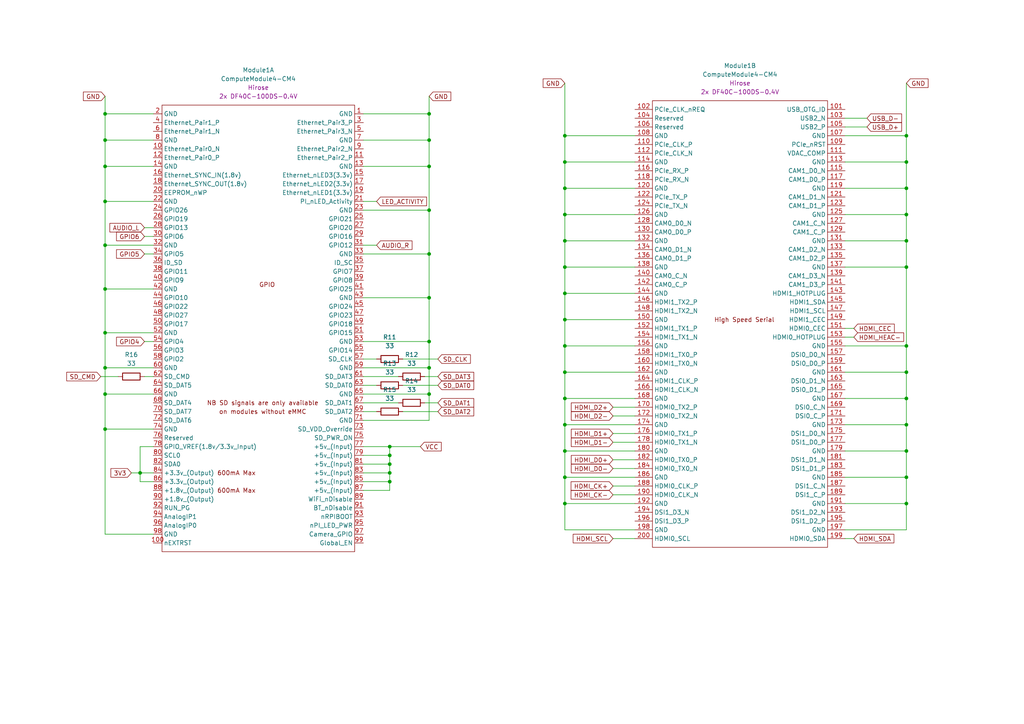
<source format=kicad_sch>
(kicad_sch (version 20231120) (generator "eeschema") (generator_version "8.0")
  (paper "A4")
  (lib_symbols
    (symbol "CM4IO:ComputeModule4-CM4"
      (property "Reference" "Module" (at 113.03 -68.58 0))
      (property "Value" "ComputeModule4-CM4" (at 140.97 2.54 0))
      (property "Field4" "Hirose" (at 0 0 0))
      (property "Field5" "2x DF40C-100DS-0.4V" (at 0 -2.54 0))
      (symbol "ComputeModule4-CM4_1_0"
        (text "GPIO" (at 0 6.35 0) (effects (font (size 1.27 1.27))))
      )
      (symbol "ComputeModule4-CM4_1_1"
        (rectangle (start -30.48 -71.12) (end 25.4 58.42))
        (text "600mA Max" (at -8.89 -53.34 0) (effects (font (size 1.27 1.27))))
        (text "600mA Max" (at -8.89 -48.26 0) (effects (font (size 1.27 1.27))))
        (text "NB SD signals are only available" (at -1.27 -27.94 0) (effects (font (size 1.27 1.27))))
        (text "on modules without eMMC" (at -1.27 -30.48 0) (effects (font (size 1.27 1.27))))
        (pin power_in line (at 27.94 55.88 180) (length 2.54) (name "GND") (number "1"))
        (pin passive line (at -33.02 45.72 0) (length 2.54) (name "Ethernet_Pair0_N") (number "10"))
        (pin output line (at -33.02 -68.58 0) (length 2.54) (name "nEXTRST") (number "100"))
        (pin passive line (at 27.94 43.18 180) (length 2.54) (name "Ethernet_Pair2_P") (number "11"))
        (pin passive line (at -33.02 43.18 0) (length 2.54) (name "Ethernet_Pair0_P") (number "12"))
        (pin power_in line (at 27.94 40.64 180) (length 2.54) (name "GND") (number "13"))
        (pin power_in line (at -33.02 40.64 0) (length 2.54) (name "GND") (number "14"))
        (pin output line (at 27.94 38.1 180) (length 2.54) (name "Ethernet_nLED3(3.3v)") (number "15"))
        (pin input line (at -33.02 38.1 0) (length 2.54) (name "Ethernet_SYNC_IN(1.8v)") (number "16"))
        (pin output line (at 27.94 35.56 180) (length 2.54) (name "Ethernet_nLED2(3.3v)") (number "17"))
        (pin input line (at -33.02 35.56 0) (length 2.54) (name "Ethernet_SYNC_OUT(1.8v)") (number "18"))
        (pin output line (at 27.94 33.02 180) (length 2.54) (name "Ethernet_nLED1(3.3v)") (number "19"))
        (pin power_in line (at -33.02 55.88 0) (length 2.54) (name "GND") (number "2"))
        (pin passive line (at -33.02 33.02 0) (length 2.54) (name "EEPROM_nWP") (number "20"))
        (pin open_collector line (at 27.94 30.48 180) (length 2.54) (name "PI_nLED_Activity") (number "21"))
        (pin power_in line (at -33.02 30.48 0) (length 2.54) (name "GND") (number "22"))
        (pin power_in line (at 27.94 27.94 180) (length 2.54) (name "GND") (number "23"))
        (pin passive line (at -33.02 27.94 0) (length 2.54) (name "GPIO26") (number "24"))
        (pin passive line (at 27.94 25.4 180) (length 2.54) (name "GPIO21") (number "25"))
        (pin passive line (at -33.02 25.4 0) (length 2.54) (name "GPIO19") (number "26"))
        (pin passive line (at 27.94 22.86 180) (length 2.54) (name "GPIO20") (number "27"))
        (pin passive line (at -33.02 22.86 0) (length 2.54) (name "GPIO13") (number "28"))
        (pin passive line (at 27.94 20.32 180) (length 2.54) (name "GPIO16") (number "29"))
        (pin passive line (at 27.94 53.34 180) (length 2.54) (name "Ethernet_Pair3_P") (number "3"))
        (pin passive line (at -33.02 20.32 0) (length 2.54) (name "GPIO6") (number "30"))
        (pin passive line (at 27.94 17.78 180) (length 2.54) (name "GPIO12") (number "31"))
        (pin power_in line (at -33.02 17.78 0) (length 2.54) (name "GND") (number "32"))
        (pin power_in line (at 27.94 15.24 180) (length 2.54) (name "GND") (number "33"))
        (pin passive line (at -33.02 15.24 0) (length 2.54) (name "GPIO5") (number "34"))
        (pin passive line (at 27.94 12.7 180) (length 2.54) (name "ID_SC") (number "35"))
        (pin passive line (at -33.02 12.7 0) (length 2.54) (name "ID_SD") (number "36"))
        (pin passive line (at 27.94 10.16 180) (length 2.54) (name "GPIO7") (number "37"))
        (pin passive line (at -33.02 10.16 0) (length 2.54) (name "GPIO11") (number "38"))
        (pin passive line (at 27.94 7.62 180) (length 2.54) (name "GPIO8") (number "39"))
        (pin passive line (at -33.02 53.34 0) (length 2.54) (name "Ethernet_Pair1_P") (number "4"))
        (pin passive line (at -33.02 7.62 0) (length 2.54) (name "GPIO9") (number "40"))
        (pin passive line (at 27.94 5.08 180) (length 2.54) (name "GPIO25") (number "41"))
        (pin power_in line (at -33.02 5.08 0) (length 2.54) (name "GND") (number "42"))
        (pin power_in line (at 27.94 2.54 180) (length 2.54) (name "GND") (number "43"))
        (pin passive line (at -33.02 2.54 0) (length 2.54) (name "GPIO10") (number "44"))
        (pin passive line (at 27.94 0 180) (length 2.54) (name "GPIO24") (number "45"))
        (pin passive line (at -33.02 0 0) (length 2.54) (name "GPIO22") (number "46"))
        (pin passive line (at 27.94 -2.54 180) (length 2.54) (name "GPIO23") (number "47"))
        (pin passive line (at -33.02 -2.54 0) (length 2.54) (name "GPIO27") (number "48"))
        (pin passive line (at 27.94 -5.08 180) (length 2.54) (name "GPIO18") (number "49"))
        (pin passive line (at 27.94 50.8 180) (length 2.54) (name "Ethernet_Pair3_N") (number "5"))
        (pin passive line (at -33.02 -5.08 0) (length 2.54) (name "GPIO17") (number "50"))
        (pin passive line (at 27.94 -7.62 180) (length 2.54) (name "GPIO15") (number "51"))
        (pin power_in line (at -33.02 -7.62 0) (length 2.54) (name "GND") (number "52"))
        (pin power_in line (at 27.94 -10.16 180) (length 2.54) (name "GND") (number "53"))
        (pin passive line (at -33.02 -10.16 0) (length 2.54) (name "GPIO4") (number "54"))
        (pin passive line (at 27.94 -12.7 180) (length 2.54) (name "GPIO14") (number "55"))
        (pin passive line (at -33.02 -12.7 0) (length 2.54) (name "GPIO3") (number "56"))
        (pin passive line (at 27.94 -15.24 180) (length 2.54) (name "SD_CLK") (number "57"))
        (pin passive line (at -33.02 -15.24 0) (length 2.54) (name "GPIO2") (number "58"))
        (pin power_in line (at 27.94 -17.78 180) (length 2.54) (name "GND") (number "59"))
        (pin passive line (at -33.02 50.8 0) (length 2.54) (name "Ethernet_Pair1_N") (number "6"))
        (pin power_in line (at -33.02 -17.78 0) (length 2.54) (name "GND") (number "60"))
        (pin passive line (at 27.94 -20.32 180) (length 2.54) (name "SD_DAT3") (number "61"))
        (pin passive line (at -33.02 -20.32 0) (length 2.54) (name "SD_CMD") (number "62"))
        (pin passive line (at 27.94 -22.86 180) (length 2.54) (name "SD_DAT0") (number "63"))
        (pin passive line (at -33.02 -22.86 0) (length 2.54) (name "SD_DAT5") (number "64"))
        (pin power_in line (at 27.94 -25.4 180) (length 2.54) (name "GND") (number "65"))
        (pin power_in line (at -33.02 -25.4 0) (length 2.54) (name "GND") (number "66"))
        (pin passive line (at 27.94 -27.94 180) (length 2.54) (name "SD_DAT1") (number "67"))
        (pin passive line (at -33.02 -27.94 0) (length 2.54) (name "SD_DAT4") (number "68"))
        (pin passive line (at 27.94 -30.48 180) (length 2.54) (name "SD_DAT2") (number "69"))
        (pin power_in line (at 27.94 48.26 180) (length 2.54) (name "GND") (number "7"))
        (pin passive line (at -33.02 -30.48 0) (length 2.54) (name "SD_DAT7") (number "70"))
        (pin power_in line (at 27.94 -33.02 180) (length 2.54) (name "GND") (number "71"))
        (pin passive line (at -33.02 -33.02 0) (length 2.54) (name "SD_DAT6") (number "72"))
        (pin input line (at 27.94 -35.56 180) (length 2.54) (name "SD_VDD_Override") (number "73"))
        (pin power_in line (at -33.02 -35.56 0) (length 2.54) (name "GND") (number "74"))
        (pin output line (at 27.94 -38.1 180) (length 2.54) (name "SD_PWR_ON") (number "75"))
        (pin passive line (at -33.02 -38.1 0) (length 2.54) (name "Reserved") (number "76"))
        (pin power_in line (at 27.94 -40.64 180) (length 2.54) (name "+5v_(Input)") (number "77"))
        (pin power_in line (at -33.02 -40.64 0) (length 2.54) (name "GPIO_VREF(1.8v/3.3v_Input)") (number "78"))
        (pin power_in line (at 27.94 -43.18 180) (length 2.54) (name "+5v_(Input)") (number "79"))
        (pin power_in line (at -33.02 48.26 0) (length 2.54) (name "GND") (number "8"))
        (pin passive line (at -33.02 -43.18 0) (length 2.54) (name "SCL0") (number "80"))
        (pin power_in line (at 27.94 -45.72 180) (length 2.54) (name "+5v_(Input)") (number "81"))
        (pin passive line (at -33.02 -45.72 0) (length 2.54) (name "SDA0") (number "82"))
        (pin power_in line (at 27.94 -48.26 180) (length 2.54) (name "+5v_(Input)") (number "83"))
        (pin power_out line (at -33.02 -48.26 0) (length 2.54) (name "+3.3v_(Output)") (number "84"))
        (pin power_in line (at 27.94 -50.8 180) (length 2.54) (name "+5v_(Input)") (number "85"))
        (pin power_out line (at -33.02 -50.8 0) (length 2.54) (name "+3.3v_(Output)") (number "86"))
        (pin power_in line (at 27.94 -53.34 180) (length 2.54) (name "+5v_(Input)") (number "87"))
        (pin power_out line (at -33.02 -53.34 0) (length 2.54) (name "+1.8v_(Output)") (number "88"))
        (pin power_in line (at 27.94 -55.88 180) (length 2.54) (name "WiFi_nDisable") (number "89"))
        (pin passive line (at 27.94 45.72 180) (length 2.54) (name "Ethernet_Pair2_N") (number "9"))
        (pin power_out line (at -33.02 -55.88 0) (length 2.54) (name "+1.8v_(Output)") (number "90"))
        (pin power_in line (at 27.94 -58.42 180) (length 2.54) (name "BT_nDisable") (number "91"))
        (pin passive line (at -33.02 -58.42 0) (length 2.54) (name "RUN_PG") (number "92"))
        (pin input line (at 27.94 -60.96 180) (length 2.54) (name "nRPIBOOT") (number "93"))
        (pin passive line (at -33.02 -60.96 0) (length 2.54) (name "AnalogIP1") (number "94"))
        (pin output line (at 27.94 -63.5 180) (length 2.54) (name "nPI_LED_PWR") (number "95"))
        (pin passive line (at -33.02 -63.5 0) (length 2.54) (name "AnalogIP0") (number "96"))
        (pin passive line (at 27.94 -66.04 180) (length 2.54) (name "Camera_GPIO") (number "97"))
        (pin power_in line (at -33.02 -66.04 0) (length 2.54) (name "GND") (number "98"))
        (pin input line (at 27.94 -68.58 180) (length 2.54) (name "Global_EN") (number "99"))
      )
      (symbol "ComputeModule4-CM4_2_1"
        (rectangle (start 114.3 -66.04) (end 165.1 63.5))
        (text "High Speed Serial" (at 140.97 0 0) (effects (font (size 1.27 1.27))))
        (pin input line (at 170.18 60.96 180) (length 5.08) (name "USB_OTG_ID") (number "101"))
        (pin input line (at 109.22 60.96 0) (length 5.08) (name "PCIe_CLK_nREQ") (number "102"))
        (pin passive line (at 170.18 58.42 180) (length 5.08) (name "USB2_N") (number "103"))
        (pin passive line (at 109.22 58.42 0) (length 5.08) (name "Reserved") (number "104"))
        (pin passive line (at 170.18 55.88 180) (length 5.08) (name "USB2_P") (number "105"))
        (pin passive line (at 109.22 55.88 0) (length 5.08) (name "Reserved") (number "106"))
        (pin power_in line (at 170.18 53.34 180) (length 5.08) (name "GND") (number "107"))
        (pin power_in line (at 109.22 53.34 0) (length 5.08) (name "GND") (number "108"))
        (pin bidirectional line (at 170.18 50.8 180) (length 5.08) (name "PCIe_nRST") (number "109"))
        (pin output line (at 109.22 50.8 0) (length 5.08) (name "PCIe_CLK_P") (number "110"))
        (pin passive line (at 170.18 48.26 180) (length 5.08) (name "VDAC_COMP") (number "111"))
        (pin output line (at 109.22 48.26 0) (length 5.08) (name "PCIe_CLK_N") (number "112"))
        (pin power_in line (at 170.18 45.72 180) (length 5.08) (name "GND") (number "113"))
        (pin power_in line (at 109.22 45.72 0) (length 5.08) (name "GND") (number "114"))
        (pin input line (at 170.18 43.18 180) (length 5.08) (name "CAM1_D0_N") (number "115"))
        (pin input line (at 109.22 43.18 0) (length 5.08) (name "PCIe_RX_P") (number "116"))
        (pin input line (at 170.18 40.64 180) (length 5.08) (name "CAM1_D0_P") (number "117"))
        (pin input line (at 109.22 40.64 0) (length 5.08) (name "PCIe_RX_N") (number "118"))
        (pin power_in line (at 170.18 38.1 180) (length 5.08) (name "GND") (number "119"))
        (pin power_in line (at 109.22 38.1 0) (length 5.08) (name "GND") (number "120"))
        (pin input line (at 170.18 35.56 180) (length 5.08) (name "CAM1_D1_N") (number "121"))
        (pin output line (at 109.22 35.56 0) (length 5.08) (name "PCIe_TX_P") (number "122"))
        (pin input line (at 170.18 33.02 180) (length 5.08) (name "CAM1_D1_P") (number "123"))
        (pin output line (at 109.22 33.02 0) (length 5.08) (name "PCIe_TX_N") (number "124"))
        (pin power_in line (at 170.18 30.48 180) (length 5.08) (name "GND") (number "125"))
        (pin power_in line (at 109.22 30.48 0) (length 5.08) (name "GND") (number "126"))
        (pin input line (at 170.18 27.94 180) (length 5.08) (name "CAM1_C_N") (number "127"))
        (pin input line (at 109.22 27.94 0) (length 5.08) (name "CAM0_D0_N") (number "128"))
        (pin input line (at 170.18 25.4 180) (length 5.08) (name "CAM1_C_P") (number "129"))
        (pin input line (at 109.22 25.4 0) (length 5.08) (name "CAM0_D0_P") (number "130"))
        (pin power_in line (at 170.18 22.86 180) (length 5.08) (name "GND") (number "131"))
        (pin power_in line (at 109.22 22.86 0) (length 5.08) (name "GND") (number "132"))
        (pin input line (at 170.18 20.32 180) (length 5.08) (name "CAM1_D2_N") (number "133"))
        (pin input line (at 109.22 20.32 0) (length 5.08) (name "CAM0_D1_N") (number "134"))
        (pin input line (at 170.18 17.78 180) (length 5.08) (name "CAM1_D2_P") (number "135"))
        (pin input line (at 109.22 17.78 0) (length 5.08) (name "CAM0_D1_P") (number "136"))
        (pin power_in line (at 170.18 15.24 180) (length 5.08) (name "GND") (number "137"))
        (pin power_in line (at 109.22 15.24 0) (length 5.08) (name "GND") (number "138"))
        (pin input line (at 170.18 12.7 180) (length 5.08) (name "CAM1_D3_N") (number "139"))
        (pin input line (at 109.22 12.7 0) (length 5.08) (name "CAM0_C_N") (number "140"))
        (pin input line (at 170.18 10.16 180) (length 5.08) (name "CAM1_D3_P") (number "141"))
        (pin input line (at 109.22 10.16 0) (length 5.08) (name "CAM0_C_P") (number "142"))
        (pin input line (at 170.18 7.62 180) (length 5.08) (name "HDMI1_HOTPLUG") (number "143"))
        (pin power_in line (at 109.22 7.62 0) (length 5.08) (name "GND") (number "144"))
        (pin bidirectional line (at 170.18 5.08 180) (length 5.08) (name "HDMI1_SDA") (number "145"))
        (pin output line (at 109.22 5.08 0) (length 5.08) (name "HDMI1_TX2_P") (number "146"))
        (pin open_collector line (at 170.18 2.54 180) (length 5.08) (name "HDMI1_SCL") (number "147"))
        (pin output line (at 109.22 2.54 0) (length 5.08) (name "HDMI1_TX2_N") (number "148"))
        (pin open_collector line (at 170.18 0 180) (length 5.08) (name "HDMI1_CEC") (number "149"))
        (pin power_in line (at 109.22 0 0) (length 5.08) (name "GND") (number "150"))
        (pin open_collector line (at 170.18 -2.54 180) (length 5.08) (name "HDMI0_CEC") (number "151"))
        (pin output line (at 109.22 -2.54 0) (length 5.08) (name "HDMI1_TX1_P") (number "152"))
        (pin input line (at 170.18 -5.08 180) (length 5.08) (name "HDMI0_HOTPLUG") (number "153"))
        (pin output line (at 109.22 -5.08 0) (length 5.08) (name "HDMI1_TX1_N") (number "154"))
        (pin power_in line (at 170.18 -7.62 180) (length 5.08) (name "GND") (number "155"))
        (pin power_in line (at 109.22 -7.62 0) (length 5.08) (name "GND") (number "156"))
        (pin output line (at 170.18 -10.16 180) (length 5.08) (name "DSI0_D0_N") (number "157"))
        (pin output line (at 109.22 -10.16 0) (length 5.08) (name "HDMI1_TX0_P") (number "158"))
        (pin output line (at 170.18 -12.7 180) (length 5.08) (name "DSI0_D0_P") (number "159"))
        (pin output line (at 109.22 -12.7 0) (length 5.08) (name "HDMI1_TX0_N") (number "160"))
        (pin power_in line (at 170.18 -15.24 180) (length 5.08) (name "GND") (number "161"))
        (pin power_in line (at 109.22 -15.24 0) (length 5.08) (name "GND") (number "162"))
        (pin output line (at 170.18 -17.78 180) (length 5.08) (name "DSI0_D1_N") (number "163"))
        (pin output line (at 109.22 -17.78 0) (length 5.08) (name "HDMI1_CLK_P") (number "164"))
        (pin output line (at 170.18 -20.32 180) (length 5.08) (name "DSI0_D1_P") (number "165"))
        (pin output line (at 109.22 -20.32 0) (length 5.08) (name "HDMI1_CLK_N") (number "166"))
        (pin power_in line (at 170.18 -22.86 180) (length 5.08) (name "GND") (number "167"))
        (pin power_in line (at 109.22 -22.86 0) (length 5.08) (name "GND") (number "168"))
        (pin output line (at 170.18 -25.4 180) (length 5.08) (name "DSI0_C_N") (number "169"))
        (pin output line (at 109.22 -25.4 0) (length 5.08) (name "HDMI0_TX2_P") (number "170"))
        (pin output line (at 170.18 -27.94 180) (length 5.08) (name "DSI0_C_P") (number "171"))
        (pin output line (at 109.22 -27.94 0) (length 5.08) (name "HDMI0_TX2_N") (number "172"))
        (pin power_in line (at 170.18 -30.48 180) (length 5.08) (name "GND") (number "173"))
        (pin power_in line (at 109.22 -30.48 0) (length 5.08) (name "GND") (number "174"))
        (pin output line (at 170.18 -33.02 180) (length 5.08) (name "DSI1_D0_N") (number "175"))
        (pin output line (at 109.22 -33.02 0) (length 5.08) (name "HDMI0_TX1_P") (number "176"))
        (pin output line (at 170.18 -35.56 180) (length 5.08) (name "DSI1_D0_P") (number "177"))
        (pin output line (at 109.22 -35.56 0) (length 5.08) (name "HDMI0_TX1_N") (number "178"))
        (pin power_in line (at 170.18 -38.1 180) (length 5.08) (name "GND") (number "179"))
        (pin power_in line (at 109.22 -38.1 0) (length 5.08) (name "GND") (number "180"))
        (pin output line (at 170.18 -40.64 180) (length 5.08) (name "DSI1_D1_N") (number "181"))
        (pin output line (at 109.22 -40.64 0) (length 5.08) (name "HDMI0_TX0_P") (number "182"))
        (pin output line (at 170.18 -43.18 180) (length 5.08) (name "DSI1_D1_P") (number "183"))
        (pin output line (at 109.22 -43.18 0) (length 5.08) (name "HDMI0_TX0_N") (number "184"))
        (pin power_in line (at 170.18 -45.72 180) (length 5.08) (name "GND") (number "185"))
        (pin power_in line (at 109.22 -45.72 0) (length 5.08) (name "GND") (number "186"))
        (pin output line (at 170.18 -48.26 180) (length 5.08) (name "DSI1_C_N") (number "187"))
        (pin output line (at 109.22 -48.26 0) (length 5.08) (name "HDMI0_CLK_P") (number "188"))
        (pin output line (at 170.18 -50.8 180) (length 5.08) (name "DSI1_C_P") (number "189"))
        (pin output line (at 109.22 -50.8 0) (length 5.08) (name "HDMI0_CLK_N") (number "190"))
        (pin power_in line (at 170.18 -53.34 180) (length 5.08) (name "GND") (number "191"))
        (pin power_in line (at 109.22 -53.34 0) (length 5.08) (name "GND") (number "192"))
        (pin output line (at 170.18 -55.88 180) (length 5.08) (name "DSI1_D2_N") (number "193"))
        (pin output line (at 109.22 -55.88 0) (length 5.08) (name "DSI1_D3_N") (number "194"))
        (pin output line (at 170.18 -58.42 180) (length 5.08) (name "DSI1_D2_P") (number "195"))
        (pin output line (at 109.22 -58.42 0) (length 5.08) (name "DSI1_D3_P") (number "196"))
        (pin power_in line (at 170.18 -60.96 180) (length 5.08) (name "GND") (number "197"))
        (pin power_in line (at 109.22 -60.96 0) (length 5.08) (name "GND") (number "198"))
        (pin bidirectional line (at 170.18 -63.5 180) (length 5.08) (name "HDMI0_SDA") (number "199"))
        (pin open_collector line (at 109.22 -63.5 0) (length 5.08) (name "HDMI0_SCL") (number "200"))
      )
    )
    (symbol "Device:R" (pin_numbers hide) (pin_names (offset 0))
      (property "Reference" "R" (at 2.032 0 90))
      (property "Value" "R" (at 0 0 90))
      (symbol "R_0_1"
        (rectangle (start -1.016 -2.54) (end 1.016 2.54) (stroke (width 0.254)))
      )
      (symbol "R_1_1"
        (pin passive line (at 0 3.81 270) (length 1.27) (name "~") (number "1"))
        (pin passive line (at 0 -3.81 90) (length 1.27) (name "~") (number "2"))
      )
    )
  )
  (junction (at 163.83 46.99))
  (junction (at 30.48 106.68))
  (junction (at 163.83 138.43))
  (junction (at 262.89 46.99))
  (junction (at 113.03 139.7))
  (junction (at 124.46 73.66))
  (junction (at 124.46 60.96))
  (junction (at 163.83 69.85))
  (junction (at 124.46 40.64))
  (junction (at 262.89 130.81))
  (junction (at 30.48 33.02))
  (junction (at 262.89 54.61))
  (junction (at 163.83 100.33))
  (junction (at 262.89 100.33))
  (junction (at 163.83 107.95))
  (junction (at 262.89 69.85))
  (junction (at 262.89 138.43))
  (junction (at 163.83 123.19))
  (junction (at 124.46 114.3))
  (junction (at 113.03 132.08))
  (junction (at 113.03 129.54))
  (junction (at 124.46 33.02))
  (junction (at 30.48 114.3))
  (junction (at 163.83 130.81))
  (junction (at 163.83 39.37))
  (junction (at 124.46 106.68))
  (junction (at 262.89 123.19))
  (junction (at 163.83 146.05))
  (junction (at 113.03 134.62))
  (junction (at 30.48 48.26))
  (junction (at 124.46 86.36))
  (junction (at 163.83 115.57))
  (junction (at 262.89 115.57))
  (junction (at 163.83 92.71))
  (junction (at 262.89 77.47))
  (junction (at 30.48 83.82))
  (junction (at 30.48 71.12))
  (junction (at 124.46 48.26))
  (junction (at 163.83 54.61))
  (junction (at 113.03 137.16))
  (junction (at 262.89 62.23))
  (junction (at 262.89 39.37))
  (junction (at 163.83 85.09))
  (junction (at 30.48 40.64))
  (junction (at 163.83 62.23))
  (junction (at 262.89 107.95))
  (junction (at 30.48 96.52))
  (junction (at 262.89 146.05))
  (junction (at 163.83 77.47))
  (junction (at 30.48 58.42))
  (junction (at 124.46 99.06))
  (junction (at 30.48 124.46))
  (junction (at 40.64 137.16))
  (wire (pts (xy 38.1 137.16) (xy 40.64 137.16)))
  (wire (pts (xy 113.03 129.54) (xy 121.92 129.54)))
  (wire (pts (xy 30.48 124.46) (xy 30.48 114.3)))
  (wire (pts (xy 262.89 146.05) (xy 262.89 138.43)))
  (wire (pts (xy 30.48 106.68) (xy 30.48 96.52)))
  (wire (pts (xy 163.83 77.47) (xy 163.83 69.85)))
  (wire (pts (xy 163.83 107.95) (xy 184.15 107.95)))
  (wire (pts (xy 105.41 106.68) (xy 124.46 106.68)))
  (wire (pts (xy 245.11 46.99) (xy 262.89 46.99)))
  (wire (pts (xy 262.89 123.19) (xy 262.89 115.57)))
  (wire (pts (xy 177.8 140.97) (xy 184.15 140.97)))
  (wire (pts (xy 163.83 54.61) (xy 163.83 46.99)))
  (wire (pts (xy 123.19 116.84) (xy 127 116.84)))
  (wire (pts (xy 245.11 69.85) (xy 262.89 69.85)))
  (wire (pts (xy 30.48 83.82) (xy 44.45 83.82)))
  (wire (pts (xy 105.41 114.3) (xy 124.46 114.3)))
  (wire (pts (xy 262.89 77.47) (xy 262.89 69.85)))
  (wire (pts (xy 245.11 130.81) (xy 262.89 130.81)))
  (wire (pts (xy 124.46 106.68) (xy 124.46 114.3)))
  (wire (pts (xy 262.89 46.99) (xy 262.89 54.61)))
  (wire (pts (xy 262.89 100.33) (xy 262.89 77.47)))
  (wire (pts (xy 163.83 54.61) (xy 184.15 54.61)))
  (wire (pts (xy 105.41 129.54) (xy 113.03 129.54)))
  (wire (pts (xy 29.21 109.22) (xy 34.29 109.22)))
  (wire (pts (xy 245.11 100.33) (xy 262.89 100.33)))
  (wire (pts (xy 184.15 153.67) (xy 163.83 153.67)))
  (wire (pts (xy 163.83 146.05) (xy 163.83 138.43)))
  (wire (pts (xy 105.41 137.16) (xy 113.03 137.16)))
  (wire (pts (xy 163.83 39.37) (xy 163.83 24.13)))
  (wire (pts (xy 245.11 156.21) (xy 247.65 156.21)))
  (wire (pts (xy 105.41 40.64) (xy 124.46 40.64)))
  (wire (pts (xy 163.83 46.99) (xy 163.83 39.37)))
  (wire (pts (xy 245.11 123.19) (xy 262.89 123.19)))
  (wire (pts (xy 163.83 85.09) (xy 184.15 85.09)))
  (wire (pts (xy 105.41 104.14) (xy 109.22 104.14)))
  (wire (pts (xy 177.8 128.27) (xy 184.15 128.27)))
  (wire (pts (xy 262.89 39.37) (xy 262.89 24.13)))
  (wire (pts (xy 163.83 123.19) (xy 184.15 123.19)))
  (wire (pts (xy 105.41 58.42) (xy 109.22 58.42)))
  (wire (pts (xy 30.48 96.52) (xy 44.45 96.52)))
  (wire (pts (xy 245.11 62.23) (xy 262.89 62.23)))
  (wire (pts (xy 40.64 129.54) (xy 40.64 137.16)))
  (wire (pts (xy 124.46 99.06) (xy 124.46 86.36)))
  (wire (pts (xy 163.83 85.09) (xy 163.83 92.71)))
  (wire (pts (xy 245.11 54.61) (xy 262.89 54.61)))
  (wire (pts (xy 30.48 40.64) (xy 30.48 33.02)))
  (wire (pts (xy 163.83 146.05) (xy 184.15 146.05)))
  (wire (pts (xy 245.11 36.83) (xy 251.46 36.83)))
  (wire (pts (xy 105.41 119.38) (xy 109.22 119.38)))
  (wire (pts (xy 116.84 104.14) (xy 127 104.14)))
  (wire (pts (xy 105.41 132.08) (xy 113.03 132.08)))
  (wire (pts (xy 163.83 130.81) (xy 163.83 123.19)))
  (wire (pts (xy 41.91 73.66) (xy 44.45 73.66)))
  (wire (pts (xy 105.41 134.62) (xy 113.03 134.62)))
  (wire (pts (xy 30.48 114.3) (xy 30.48 106.68)))
  (wire (pts (xy 30.48 83.82) (xy 30.48 71.12)))
  (wire (pts (xy 105.41 142.24) (xy 113.03 142.24)))
  (wire (pts (xy 124.46 48.26) (xy 124.46 60.96)))
  (wire (pts (xy 163.83 115.57) (xy 163.83 107.95)))
  (wire (pts (xy 113.03 132.08) (xy 113.03 129.54)))
  (wire (pts (xy 163.83 92.71) (xy 184.15 92.71)))
  (wire (pts (xy 177.8 125.73) (xy 184.15 125.73)))
  (wire (pts (xy 163.83 39.37) (xy 184.15 39.37)))
  (wire (pts (xy 30.48 48.26) (xy 44.45 48.26)))
  (wire (pts (xy 41.91 68.58) (xy 44.45 68.58)))
  (wire (pts (xy 262.89 62.23) (xy 262.89 54.61)))
  (wire (pts (xy 30.48 114.3) (xy 44.45 114.3)))
  (wire (pts (xy 163.83 138.43) (xy 163.83 130.81)))
  (wire (pts (xy 105.41 111.76) (xy 109.22 111.76)))
  (wire (pts (xy 177.8 156.21) (xy 184.15 156.21)))
  (wire (pts (xy 30.48 124.46) (xy 44.45 124.46)))
  (wire (pts (xy 41.91 66.04) (xy 44.45 66.04)))
  (wire (pts (xy 105.41 60.96) (xy 124.46 60.96)))
  (wire (pts (xy 113.03 142.24) (xy 113.03 139.7)))
  (wire (pts (xy 177.8 133.35) (xy 184.15 133.35)))
  (wire (pts (xy 163.83 153.67) (xy 163.83 146.05)))
  (wire (pts (xy 163.83 54.61) (xy 163.83 62.23)))
  (wire (pts (xy 163.83 115.57) (xy 184.15 115.57)))
  (wire (pts (xy 30.48 154.94) (xy 30.48 124.46)))
  (wire (pts (xy 124.46 99.06) (xy 124.46 106.68)))
  (wire (pts (xy 245.11 95.25) (xy 247.65 95.25)))
  (wire (pts (xy 163.83 46.99) (xy 184.15 46.99)))
  (wire (pts (xy 245.11 34.29) (xy 251.46 34.29)))
  (wire (pts (xy 262.89 138.43) (xy 262.89 130.81)))
  (wire (pts (xy 116.84 119.38) (xy 127 119.38)))
  (wire (pts (xy 40.64 137.16) (xy 44.45 137.16)))
  (wire (pts (xy 30.48 71.12) (xy 44.45 71.12)))
  (wire (pts (xy 105.41 109.22) (xy 115.57 109.22)))
  (wire (pts (xy 30.48 48.26) (xy 30.48 58.42)))
  (wire (pts (xy 262.89 39.37) (xy 262.89 46.99)))
  (wire (pts (xy 44.45 129.54) (xy 40.64 129.54)))
  (wire (pts (xy 124.46 33.02) (xy 124.46 27.94)))
  (wire (pts (xy 41.91 99.06) (xy 44.45 99.06)))
  (wire (pts (xy 245.11 115.57) (xy 262.89 115.57)))
  (wire (pts (xy 30.48 40.64) (xy 30.48 48.26)))
  (wire (pts (xy 105.41 99.06) (xy 124.46 99.06)))
  (wire (pts (xy 113.03 139.7) (xy 113.03 137.16)))
  (wire (pts (xy 105.41 121.92) (xy 124.46 121.92)))
  (wire (pts (xy 262.89 100.33) (xy 262.89 107.95)))
  (wire (pts (xy 41.91 109.22) (xy 44.45 109.22)))
  (wire (pts (xy 30.48 40.64) (xy 44.45 40.64)))
  (wire (pts (xy 44.45 154.94) (xy 30.48 154.94)))
  (wire (pts (xy 123.19 109.22) (xy 127 109.22)))
  (wire (pts (xy 124.46 86.36) (xy 124.46 73.66)))
  (wire (pts (xy 177.8 143.51) (xy 184.15 143.51)))
  (wire (pts (xy 262.89 130.81) (xy 262.89 123.19)))
  (wire (pts (xy 163.83 130.81) (xy 184.15 130.81)))
  (wire (pts (xy 116.84 111.76) (xy 127 111.76)))
  (wire (pts (xy 262.89 153.67) (xy 262.89 146.05)))
  (wire (pts (xy 105.41 33.02) (xy 124.46 33.02)))
  (wire (pts (xy 105.41 86.36) (xy 124.46 86.36)))
  (wire (pts (xy 163.83 77.47) (xy 163.83 85.09)))
  (wire (pts (xy 163.83 138.43) (xy 184.15 138.43)))
  (wire (pts (xy 30.48 58.42) (xy 44.45 58.42)))
  (wire (pts (xy 105.41 73.66) (xy 124.46 73.66)))
  (wire (pts (xy 245.11 97.79) (xy 247.65 97.79)))
  (wire (pts (xy 105.41 71.12) (xy 109.22 71.12)))
  (wire (pts (xy 124.46 48.26) (xy 124.46 40.64)))
  (wire (pts (xy 105.41 116.84) (xy 115.57 116.84)))
  (wire (pts (xy 113.03 134.62) (xy 113.03 132.08)))
  (wire (pts (xy 30.48 106.68) (xy 44.45 106.68)))
  (wire (pts (xy 245.11 138.43) (xy 262.89 138.43)))
  (wire (pts (xy 105.41 139.7) (xy 113.03 139.7)))
  (wire (pts (xy 245.11 146.05) (xy 262.89 146.05)))
  (wire (pts (xy 177.8 120.65) (xy 184.15 120.65)))
  (wire (pts (xy 262.89 107.95) (xy 262.89 115.57)))
  (wire (pts (xy 105.41 48.26) (xy 124.46 48.26)))
  (wire (pts (xy 40.64 139.7) (xy 40.64 137.16)))
  (wire (pts (xy 30.48 33.02) (xy 44.45 33.02)))
  (wire (pts (xy 262.89 69.85) (xy 262.89 62.23)))
  (wire (pts (xy 124.46 121.92) (xy 124.46 114.3)))
  (wire (pts (xy 163.83 62.23) (xy 163.83 69.85)))
  (wire (pts (xy 163.83 100.33) (xy 163.83 92.71)))
  (wire (pts (xy 163.83 77.47) (xy 184.15 77.47)))
  (wire (pts (xy 163.83 62.23) (xy 184.15 62.23)))
  (wire (pts (xy 163.83 107.95) (xy 163.83 100.33)))
  (wire (pts (xy 30.48 71.12) (xy 30.48 58.42)))
  (wire (pts (xy 163.83 69.85) (xy 184.15 69.85)))
  (wire (pts (xy 163.83 123.19) (xy 163.83 115.57)))
  (wire (pts (xy 124.46 60.96) (xy 124.46 73.66)))
  (wire (pts (xy 245.11 107.95) (xy 262.89 107.95)))
  (wire (pts (xy 30.48 96.52) (xy 30.48 83.82)))
  (wire (pts (xy 177.8 118.11) (xy 184.15 118.11)))
  (wire (pts (xy 177.8 135.89) (xy 184.15 135.89)))
  (wire (pts (xy 44.45 139.7) (xy 40.64 139.7)))
  (wire (pts (xy 163.83 100.33) (xy 184.15 100.33)))
  (wire (pts (xy 124.46 40.64) (xy 124.46 33.02)))
  (wire (pts (xy 245.11 153.67) (xy 262.89 153.67)))
  (wire (pts (xy 245.11 39.37) (xy 262.89 39.37)))
  (wire (pts (xy 30.48 33.02) (xy 30.48 27.94)))
  (wire (pts (xy 113.03 137.16) (xy 113.03 134.62)))
  (wire (pts (xy 245.11 77.47) (xy 262.89 77.47)))
  (global_label "VCC" (shape input) (at 121.92 129.54 0) (property "Intersheetrefs" "${INTERSHEET_REFS}" (effects (hide yes))))
  (global_label "SD_CLK" (shape input) (at 127 104.14 0) (property "Intersheetrefs" "${INTERSHEET_REFS}" (effects (hide yes))))
  (global_label "3V3" (shape input) (at 38.1 137.16 180) (property "Intersheetrefs" "${INTERSHEET_REFS}" (effects (hide yes))))
  (global_label "HDMI_CEC" (shape input) (at 247.65 95.25 0) (property "Intersheetrefs" "${INTERSHEET_REFS}" (effects (hide yes))))
  (global_label "HDMI_D2+" (shape input) (at 177.8 118.11 180) (property "Intersheetrefs" "${INTERSHEET_REFS}" (effects (hide yes))))
  (global_label "AUDIO_R" (shape input) (at 109.22 71.12 0) (property "Intersheetrefs" "${INTERSHEET_REFS}" (effects (hide yes))))
  (global_label "HDMI_SCL" (shape input) (at 177.8 156.21 180) (property "Intersheetrefs" "${INTERSHEET_REFS}" (effects (hide yes))))
  (global_label "GND" (shape input) (at 124.46 27.94 0) (property "Intersheetrefs" "${INTERSHEET_REFS}" (effects (hide yes))))
  (global_label "GND" (shape input) (at 163.83 24.13 180) (property "Intersheetrefs" "${INTERSHEET_REFS}" (effects (hide yes))))
  (global_label "HDMI_D1+" (shape input) (at 177.8 125.73 180) (property "Intersheetrefs" "${INTERSHEET_REFS}" (effects (hide yes))))
  (global_label "HDMI_CK+" (shape input) (at 177.8 140.97 180) (property "Intersheetrefs" "${INTERSHEET_REFS}" (effects (hide yes))))
  (global_label "HDMI_HEAC-" (shape input) (at 247.65 97.79 0) (property "Intersheetrefs" "${INTERSHEET_REFS}" (effects (hide yes))))
  (global_label "HDMI_D0-" (shape input) (at 177.8 135.89 180) (property "Intersheetrefs" "${INTERSHEET_REFS}" (effects (hide yes))))
  (global_label "SD_CMD" (shape input) (at 29.21 109.22 180) (property "Intersheetrefs" "${INTERSHEET_REFS}" (effects (hide yes))))
  (global_label "HDMI_D2-" (shape input) (at 177.8 120.65 180) (property "Intersheetrefs" "${INTERSHEET_REFS}" (effects (hide yes))))
  (global_label "SD_DAT1" (shape input) (at 127 116.84 0) (property "Intersheetrefs" "${INTERSHEET_REFS}" (effects (hide yes))))
  (global_label "GPIO6" (shape input) (at 41.91 68.58 180) (property "Intersheetrefs" "${INTERSHEET_REFS}" (effects (hide yes))))
  (global_label "GND" (shape input) (at 30.48 27.94 180) (property "Intersheetrefs" "${INTERSHEET_REFS}" (effects (hide yes))))
  (global_label "USB_D+" (shape input) (at 251.46 36.83 0) (property "Intersheetrefs" "${INTERSHEET_REFS}" (effects (hide yes))))
  (global_label "HDMI_D0+" (shape input) (at 177.8 133.35 180) (property "Intersheetrefs" "${INTERSHEET_REFS}" (effects (hide yes))))
  (global_label "GPIO5" (shape input) (at 41.91 73.66 180) (property "Intersheetrefs" "${INTERSHEET_REFS}" (effects (hide yes))))
  (global_label "HDMI_D1-" (shape input) (at 177.8 128.27 180) (property "Intersheetrefs" "${INTERSHEET_REFS}" (effects (hide yes))))
  (global_label "USB_D-" (shape input) (at 251.46 34.29 0) (property "Intersheetrefs" "${INTERSHEET_REFS}" (effects (hide yes))))
  (global_label "LED_ACTIVITY" (shape input) (at 109.22 58.42 0) (property "Intersheetrefs" "${INTERSHEET_REFS}" (effects (hide yes))))
  (global_label "SD_DAT0" (shape input) (at 127 111.76 0) (property "Intersheetrefs" "${INTERSHEET_REFS}" (effects (hide yes))))
  (global_label "HDMI_CK-" (shape input) (at 177.8 143.51 180) (property "Intersheetrefs" "${INTERSHEET_REFS}" (effects (hide yes))))
  (global_label "SD_DAT3" (shape input) (at 127 109.22 0) (property "Intersheetrefs" "${INTERSHEET_REFS}" (effects (hide yes))))
  (global_label "AUDIO_L" (shape input) (at 41.91 66.04 180) (property "Intersheetrefs" "${INTERSHEET_REFS}" (effects (hide yes))))
  (global_label "GND" (shape input) (at 262.89 24.13 0) (property "Intersheetrefs" "${INTERSHEET_REFS}" (effects (hide yes))))
  (global_label "HDMI_SDA" (shape input) (at 247.65 156.21 0) (property "Intersheetrefs" "${INTERSHEET_REFS}" (effects (hide yes))))
  (global_label "SD_DAT2" (shape input) (at 127 119.38 0) (property "Intersheetrefs" "${INTERSHEET_REFS}" (effects (hide yes))))
  (global_label "GPIO4" (shape input) (at 41.91 99.06 180) (property "Intersheetrefs" "${INTERSHEET_REFS}" (effects (hide yes))))
  (symbol (lib_id "Device:R") (at 38.1 109.22 270) (unit 1)
    (property "Reference" "R16" (at 38.1 102.87 90))
    (property "Value" "33" (at 38.1 105.41 90))
    (property "Footprint" "Resistor_SMD:R_0201_0603Metric" (effects (hide yes)))
    (property "Description" "Resistor" (effects (hide yes)))
  )
  (symbol (lib_id "Device:R") (at 113.03 104.14 270) (unit 1)
    (property "Reference" "R11" (at 113.03 97.79 90))
    (property "Value" "33" (at 113.03 100.33 90))
    (property "Footprint" "Resistor_SMD:R_0201_0603Metric" (effects (hide yes)))
    (property "Description" "Resistor" (effects (hide yes)))
  )
  (symbol (lib_id "CM4IO:ComputeModule4-CM4") (at 74.93 92.71 0) (unit 2)
    (property "Reference" "Module1" (at 214.63 19.05 0))
    (property "Value" "ComputeModule4-CM4" (at 214.63 21.59 0))
    (property "Footprint" "CM4IO:Raspberry-Pi-4-Compute-Module" (effects (hide yes)))
    (property "Field4" "Hirose" (at 214.63 24.13 0))
    (property "Field5" "2x DF40C-100DS-0.4V" (at 214.63 26.67 0))
  )
  (symbol (lib_id "CM4IO:ComputeModule4-CM4") (at 77.47 88.9 0) (unit 1)
    (property "Reference" "Module1" (at 74.93 20.32 0))
    (property "Value" "ComputeModule4-CM4" (at 74.93 22.86 0))
    (property "Footprint" "CM4IO:Raspberry-Pi-4-Compute-Module" (effects (hide yes)))
    (property "Field4" "Hirose" (at 74.93 25.4 0))
    (property "Field5" "2x DF40C-100DS-0.4V" (at 74.93 27.94 0))
  )
  (symbol (lib_id "Device:R") (at 119.38 109.22 270) (unit 1)
    (property "Reference" "R12" (at 119.38 102.87 90))
    (property "Value" "33" (at 119.38 105.41 90))
    (property "Footprint" "Resistor_SMD:R_0201_0603Metric" (effects (hide yes)))
    (property "Description" "Resistor" (effects (hide yes)))
  )
  (symbol (lib_id "Device:R") (at 113.03 111.76 270) (unit 1)
    (property "Reference" "R13" (at 113.03 105.41 90))
    (property "Value" "33" (at 113.03 107.95 90))
    (property "Footprint" "Resistor_SMD:R_0201_0603Metric" (effects (hide yes)))
    (property "Description" "Resistor" (effects (hide yes)))
  )
  (symbol (lib_id "Device:R") (at 119.38 116.84 270) (unit 1)
    (property "Reference" "R14" (at 119.38 110.49 90))
    (property "Value" "33" (at 119.38 113.03 90))
    (property "Footprint" "Resistor_SMD:R_0201_0603Metric" (effects (hide yes)))
    (property "Description" "Resistor" (effects (hide yes)))
  )
  (symbol (lib_id "Device:R") (at 113.03 119.38 270) (unit 1)
    (property "Reference" "R15" (at 113.03 113.03 90))
    (property "Value" "33" (at 113.03 115.57 90))
    (property "Footprint" "Resistor_SMD:R_0201_0603Metric" (effects (hide yes)))
    (property "Description" "Resistor" (effects (hide yes)))
  )
)
</source>
